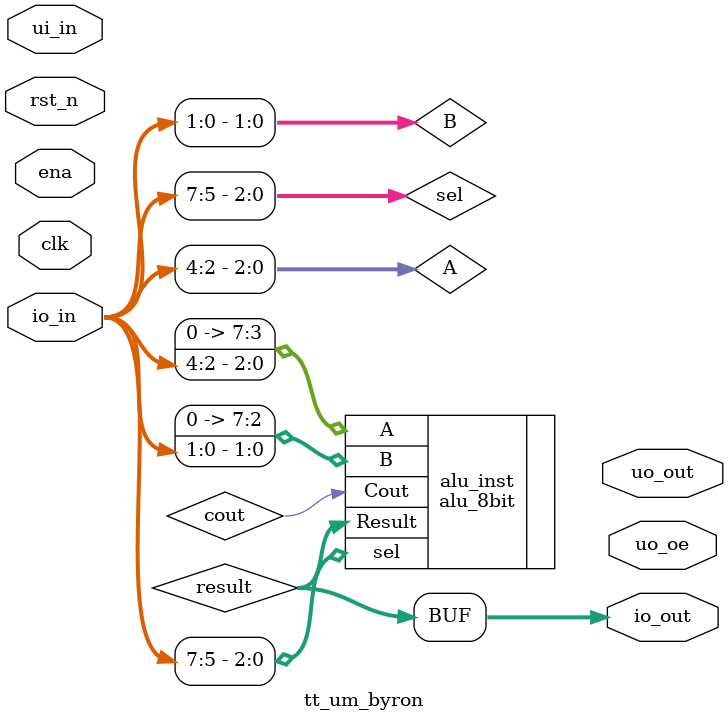
<source format=v>
module tt_um_byron (
    input  [7:0] io_in,
    output [7:0] io_out,
    input clk,
    input ena,
    input rst_n,
    input  [7:0] ui_in,
    output [7:0] uo_out,
    output [7:0] uo_oe
);

    // Mapeo sin solapamiento:
    wire [2:0] sel = io_in[7:5];  // selección de operación
    wire [2:0] A   = io_in[4:2];  // A reducido a 3 bits
    wire [1:0] B   = io_in[1:0];  // B reducido a 2 bits

    wire [7:0] result;
    wire cout;

    // Expandir A y B a 8 bits para la ALU
    alu_8bit alu_inst (
        .A({5'b00000, A}),
        .B({6'b000000, B}),
        .sel(sel),
        .Result(result),
        .Cout(cout)
    );

    assign io_out = result;

endmodule

</source>
